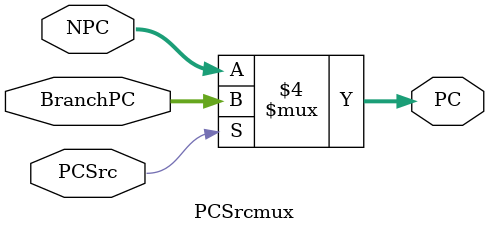
<source format=v>
`timescale 1ns / 1ps


module PCSrcmux(
    input PCSrc,
    input [31:0]NPC,
    input [31:0]BranchPC,
    output reg [31:0]PC
);
    always @(*) begin
        if(PCSrc == 1)
            PC = BranchPC;
        else    
            PC = NPC;
    end
endmodule

</source>
